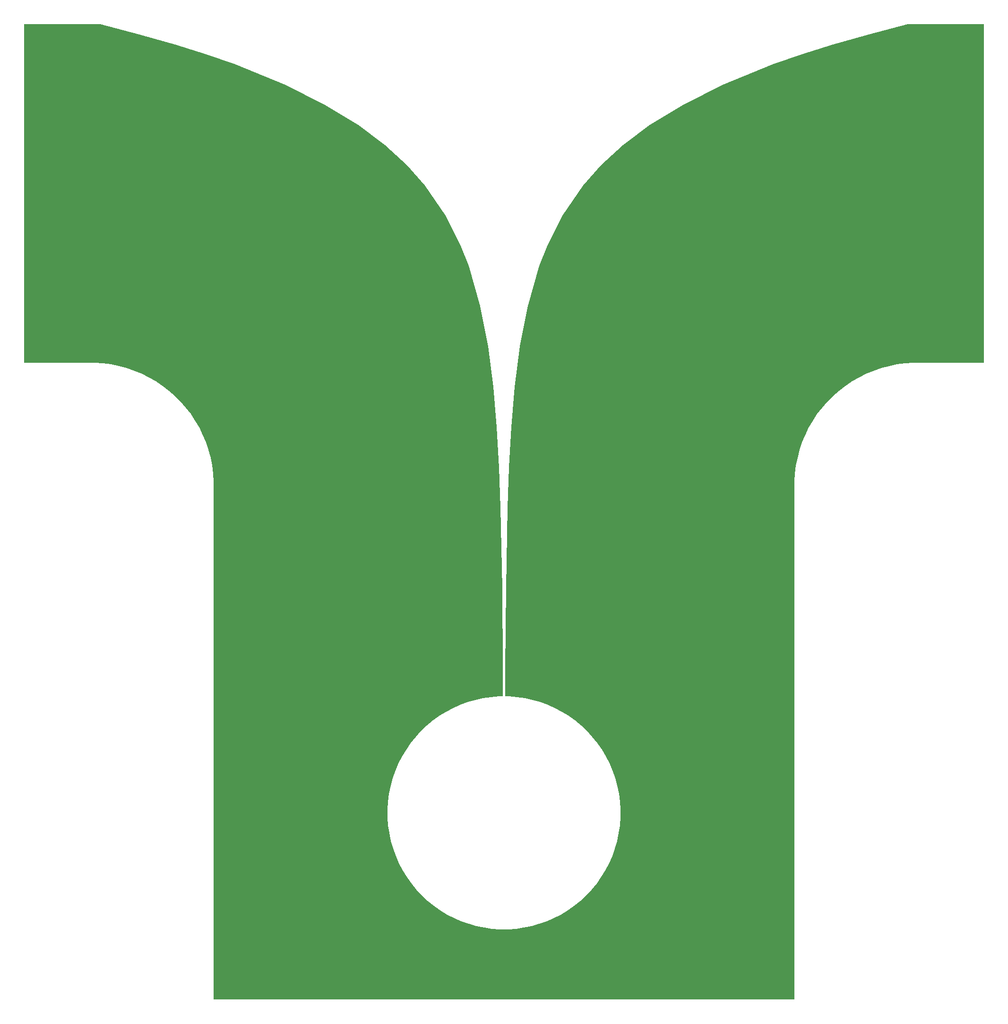
<source format=gtl>
G04*
G04 #@! TF.GenerationSoftware,Altium Limited,Altium Designer,18.1.7 (191)*
G04*
G04 Layer_Physical_Order=1*
G04 Layer_Color=255*
%FSLAX44Y44*%
%MOMM*%
G71*
G01*
G75*
G36*
X40000Y1147600D02*
X160000D01*
X167198Y1147482D01*
X181564Y1146541D01*
X195837Y1144661D01*
X209957Y1141853D01*
X223863Y1138127D01*
X237495Y1133499D01*
X250795Y1127990D01*
X263707Y1121623D01*
X276175Y1114425D01*
X288145Y1106426D01*
X299566Y1097662D01*
X310390Y1088170D01*
X320570Y1077990D01*
X330062Y1067167D01*
X338826Y1055745D01*
X346824Y1043775D01*
X354023Y1031307D01*
X360390Y1018395D01*
X365899Y1005095D01*
X370527Y991463D01*
X374253Y977557D01*
X377062Y963437D01*
X378941Y949164D01*
X379882Y934798D01*
X380000Y927600D01*
D01*
Y7600D01*
X1420000D01*
Y927600D01*
X1420118Y934798D01*
X1421059Y949164D01*
X1422939Y963437D01*
X1425747Y977557D01*
X1429473Y991463D01*
X1434101Y1005095D01*
X1439610Y1018395D01*
X1445977Y1031307D01*
X1453176Y1043775D01*
X1461174Y1055745D01*
X1469938Y1067167D01*
X1479430Y1077990D01*
X1489610Y1088170D01*
X1500434Y1097662D01*
X1511855Y1106426D01*
X1523825Y1114425D01*
X1536293Y1121623D01*
X1549204Y1127990D01*
X1562505Y1133499D01*
X1576137Y1138127D01*
X1590043Y1141853D01*
X1604163Y1144661D01*
X1618436Y1146541D01*
X1632802Y1147482D01*
X1640000Y1147600D01*
D01*
X1760000D01*
Y1753600D01*
X1623500D01*
X1553376Y1735575D01*
X1490065Y1717550D01*
X1432893Y1699525D01*
X1381274Y1681500D01*
X1292575Y1645450D01*
X1220258Y1609400D01*
X1161298Y1573350D01*
X1113227Y1537300D01*
X1074034Y1501250D01*
X1042079Y1465200D01*
X1004864Y1411125D01*
X977468Y1357050D01*
X963349Y1321000D01*
X942450Y1248900D01*
X928560Y1176800D01*
X919326Y1104700D01*
X913188Y1032600D01*
X909108Y960500D01*
X906396Y888400D01*
X903393Y744200D01*
X902068Y600000D01*
Y550690D01*
X909169Y550499D01*
X923332Y549392D01*
X937386Y547324D01*
X951267Y544305D01*
X964910Y540349D01*
X978253Y535474D01*
X991233Y529702D01*
X1003791Y523061D01*
X1015867Y515581D01*
X1027407Y507297D01*
X1038357Y498247D01*
X1048665Y488473D01*
X1058285Y478020D01*
X1067171Y466937D01*
X1075283Y455275D01*
X1082583Y443089D01*
X1089037Y430434D01*
X1094615Y417370D01*
X1099291Y403956D01*
X1103044Y390255D01*
X1105856Y376331D01*
X1107715Y362247D01*
X1108611Y348070D01*
X1108540Y333865D01*
X1107504Y319697D01*
X1105506Y305633D01*
X1102556Y291737D01*
X1098667Y278074D01*
X1093858Y264707D01*
X1088151Y251699D01*
X1081572Y239108D01*
X1074152Y226995D01*
X1065925Y215414D01*
X1056929Y204420D01*
X1047207Y194063D01*
X1036802Y184392D01*
X1025763Y175451D01*
X1014142Y167281D01*
X1001992Y159921D01*
X989369Y153405D01*
X976332Y147762D01*
X962942Y143019D01*
X949260Y139198D01*
X935349Y136317D01*
X921275Y134389D01*
X907103Y133422D01*
X892897D01*
X878725Y134389D01*
X864651Y136317D01*
X850740Y139198D01*
X837058Y143019D01*
X823668Y147762D01*
X810631Y153405D01*
X798008Y159921D01*
X785858Y167281D01*
X774237Y175451D01*
X763198Y184392D01*
X752793Y194063D01*
X743071Y204420D01*
X734075Y215414D01*
X725848Y226995D01*
X718428Y239108D01*
X711849Y251699D01*
X706142Y264707D01*
X701333Y278074D01*
X697444Y291737D01*
X694494Y305633D01*
X692496Y319697D01*
X691460Y333865D01*
X691389Y348070D01*
X692285Y362247D01*
X694144Y376331D01*
X696956Y390255D01*
X700709Y403956D01*
X705385Y417370D01*
X710963Y430434D01*
X717417Y443089D01*
X724717Y455275D01*
X732829Y466937D01*
X741715Y478020D01*
X751335Y488473D01*
X761643Y498247D01*
X772593Y507297D01*
X784133Y515581D01*
X796209Y523061D01*
X808767Y529702D01*
X821747Y535474D01*
X835090Y540349D01*
X848733Y544305D01*
X862614Y547324D01*
X876668Y549392D01*
X890831Y550499D01*
X897932Y550690D01*
X897932Y550690D01*
Y600000D01*
X896607Y744200D01*
X893604Y888400D01*
X890892Y960500D01*
X886812Y1032600D01*
X880674Y1104700D01*
X871440Y1176800D01*
X857550Y1248900D01*
X836651Y1321000D01*
X822532Y1357050D01*
X795136Y1411125D01*
X757921Y1465200D01*
X725966Y1501250D01*
X686773Y1537300D01*
X638702Y1573350D01*
X579742Y1609400D01*
X507425Y1645450D01*
X418726Y1681500D01*
X367107Y1699525D01*
X309935Y1717550D01*
X246624Y1735575D01*
X176500Y1753600D01*
X40000D01*
Y1147600D01*
D02*
G37*
M02*

</source>
